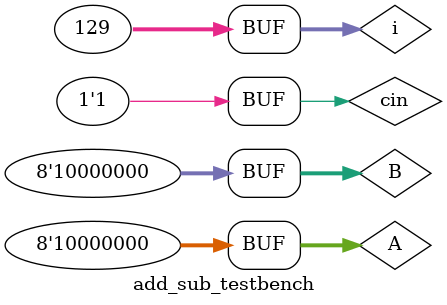
<source format=v>
`timescale 1ns / 1ps


module add_sub_testbench();
reg [7:0] A,B;
                reg cin;
                wire [7:0] S;
                wire cout, overflow;
                integer i;
                
  add_sub_main dut(.overflow(overflow), .A(A), .B(B), .cin(cin), .cout(cout), .S(S));
            
             initial begin 
             
              cin = 0; #5
             
             for (i = 0; i<=128; i = i + 1) begin 
             A = i; B = i; #5;
             end
             
             cin = 1; #5
             for (i = 0; i<=128; i = i + 1) begin 
             A = i; B = i; #5;
             end
                          
             end
             
endmodule

</source>
